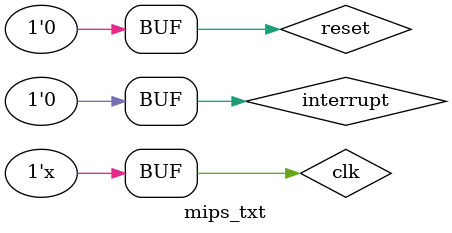
<source format=v>
`timescale 1ns/1ps

module mips_txt;

	reg clk;
	reg reset;
	reg interrupt;

	wire [31:0] pc;


	mips uut(
		.clk(clk),
		.reset(reset),
		.interrupt(interrupt),
		.addr(pc)
	);

	initial begin
		clk <= 0;
		reset <= 1;
		interrupt <= 0;
		#20 reset <= 0;
	end



	always #2 clk <= ~clk;

endmodule

</source>
